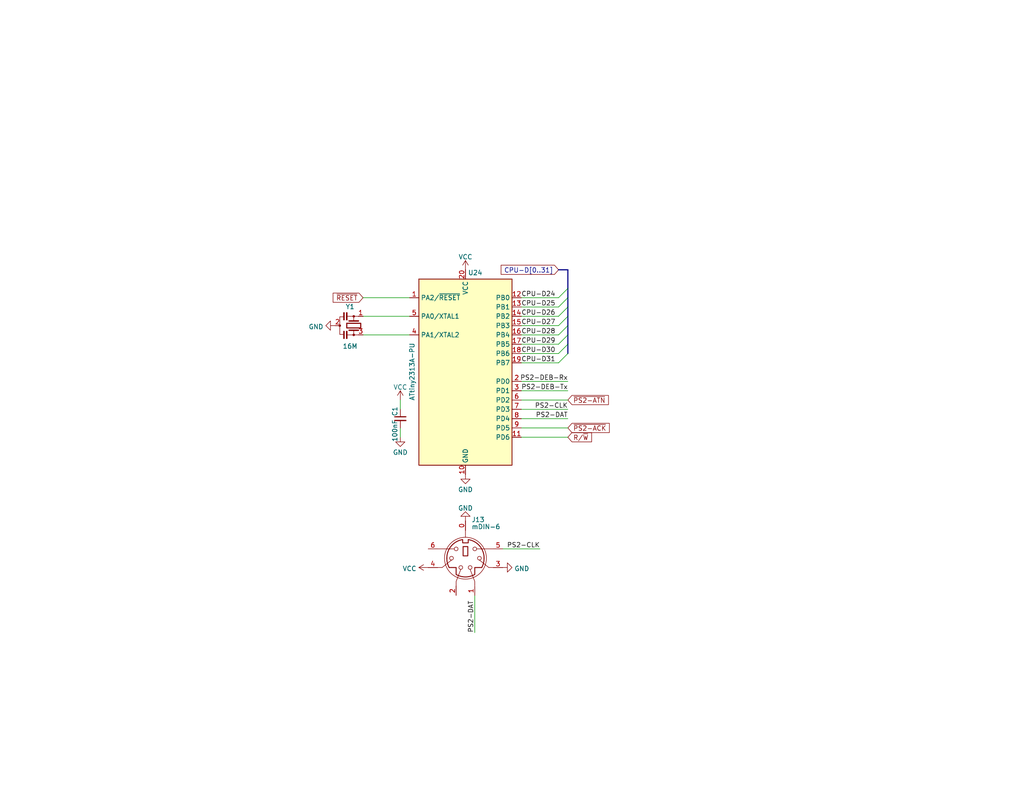
<source format=kicad_sch>
(kicad_sch (version 20230121) (generator eeschema)
  (paper "USLetter")
  (title_block (title "Wrap030 ITX") (date "2023-03-15") (rev "0") (company "techav"))
  (lib_symbols
    (symbol "Device:C_Small" (pin_numbers hide) (pin_names (offset 0.254) hide)
      (property "Reference" "C" (at 0.254 1.778 0))
      (property "Value" "C_Small" (at 0.254 -2.032 0))
      (symbol "C_Small_0_1"
        (polyline (pts (xy -1.524 -0.508) (xy 1.524 -0.508)) (stroke (width 0.3302)))
        (polyline (pts (xy -1.524 0.508) (xy 1.524 0.508)) (stroke (width 0.3048)))
      )
      (symbol "C_Small_1_1"
        (pin passive line (at 0 2.54 270) (length 2.032) (name "~") (number "1"))
        (pin passive line (at 0 -2.54 90) (length 2.032) (name "~") (number "2"))
      )
    )
    (symbol "Device:Resonator_Small" (pin_names (offset 1.016) hide)
      (property "Reference" "Y" (at 3.175 1.905 0))
      (property "Value" "Resonator_Small" (at 3.175 0 0))
      (symbol "Resonator_Small_0_1"
        (rectangle (start -3.556 -2.54) (end -1.524 -2.794) (fill (type outline)))
        (rectangle (start -3.556 -1.778) (end -1.524 -2.032) (fill (type outline)))
        (circle (center -2.54 0) (radius 0.254) (fill (type outline)))
        (rectangle (start -0.635 1.905) (end 0.635 -1.905) (stroke (width 0.3048)))
        (circle (center 0 -3.81) (radius 0.254) (fill (type outline)))
        (polyline (pts (xy -2.54 -1.778) (xy -2.54 0)))
        (polyline (pts (xy -2.54 0) (xy -1.397 0)))
        (polyline (pts (xy -2.54 1.27) (xy -2.54 0)))
        (polyline (pts (xy -1.27 -1.27) (xy -1.27 1.27)) (stroke (width 0.381)))
        (polyline (pts (xy 1.27 -1.27) (xy 1.27 1.27)) (stroke (width 0.381)))
        (polyline (pts (xy 1.27 0) (xy 2.54 0)))
        (polyline (pts (xy 2.54 0) (xy 2.54 -1.778)))
        (polyline (pts (xy 2.54 1.27) (xy 2.54 0)))
        (polyline (pts (xy 2.413 -2.794) (xy 2.413 -3.81) (xy -2.413 -3.81) (xy -2.413 -2.667)))
        (rectangle (start 1.524 -2.54) (end 3.556 -2.794) (fill (type outline)))
        (rectangle (start 1.524 -1.778) (end 3.556 -2.032) (fill (type outline)))
        (circle (center 2.54 0) (radius 0.254) (fill (type outline)))
      )
      (symbol "Resonator_Small_1_1"
        (pin passive line (at -2.54 2.54 270) (length 1.27) (name "1") (number "1"))
        (pin passive line (at 0 -5.08 90) (length 1.27) (name "2") (number "2"))
        (pin passive line (at 2.54 2.54 270) (length 1.27) (name "3") (number "3"))
      )
    )
    (symbol "MCU_Microchip_ATtiny:ATtiny2313-20P"
      (property "Reference" "U" (at -12.7 26.67 0))
      (property "Value" "ATtiny2313-20P" (at 2.54 -26.67 0))
      (symbol "ATtiny2313-20P_0_1"
        (rectangle (start -12.7 -25.4) (end 12.7 25.4) (stroke (width 0.254)) (fill (type background)))
      )
      (symbol "ATtiny2313-20P_1_1"
        (pin bidirectional line (at -15.24 20.32 0) (length 2.54) (name "PA2/~{RESET}") (number "1"))
        (pin power_in line (at 0 -27.94 90) (length 2.54) (name "GND") (number "10"))
        (pin bidirectional line (at 15.24 -17.78 180) (length 2.54) (name "PD6") (number "11"))
        (pin bidirectional line (at 15.24 20.32 180) (length 2.54) (name "PB0") (number "12"))
        (pin bidirectional line (at 15.24 17.78 180) (length 2.54) (name "PB1") (number "13"))
        (pin bidirectional line (at 15.24 15.24 180) (length 2.54) (name "PB2") (number "14"))
        (pin bidirectional line (at 15.24 12.7 180) (length 2.54) (name "PB3") (number "15"))
        (pin bidirectional line (at 15.24 10.16 180) (length 2.54) (name "PB4") (number "16"))
        (pin bidirectional line (at 15.24 7.62 180) (length 2.54) (name "PB5") (number "17"))
        (pin bidirectional line (at 15.24 5.08 180) (length 2.54) (name "PB6") (number "18"))
        (pin bidirectional line (at 15.24 2.54 180) (length 2.54) (name "PB7") (number "19"))
        (pin bidirectional line (at 15.24 -2.54 180) (length 2.54) (name "PD0") (number "2"))
        (pin power_in line (at 0 27.94 270) (length 2.54) (name "VCC") (number "20"))
        (pin bidirectional line (at 15.24 -5.08 180) (length 2.54) (name "PD1") (number "3"))
        (pin bidirectional line (at -15.24 10.16 0) (length 2.54) (name "PA1/XTAL2") (number "4"))
        (pin bidirectional line (at -15.24 15.24 0) (length 2.54) (name "PA0/XTAL1") (number "5"))
        (pin bidirectional line (at 15.24 -7.62 180) (length 2.54) (name "PD2") (number "6"))
        (pin bidirectional line (at 15.24 -10.16 180) (length 2.54) (name "PD3") (number "7"))
        (pin bidirectional line (at 15.24 -12.7 180) (length 2.54) (name "PD4") (number "8"))
        (pin bidirectional line (at 15.24 -15.24 180) (length 2.54) (name "PD5") (number "9"))
      )
    )
    (symbol "Wrap030-ITX:miniDIN-6 w/Shield" (pin_names (offset 1.016))
      (property "Reference" "J" (at 3.175 5.715 0))
      (property "Value" "mDIN-6" (at 4.445 -4.445 0))
      (symbol "miniDIN-6 w/Shield_0_1"
        (arc (start -5.08 0) (mid -4.9292 -1.3117) (end -4.445 -2.54) (stroke (width 0.254)))
        (circle (center -3.81 0) (radius 0.508))
        (arc (start -2.54 -4.445) (mid 0 -5.1178) (end 2.54 -4.445) (stroke (width 0.254)))
        (circle (center -2.54 2.54) (radius 0.508))
        (circle (center -1.27 -2.54) (radius 0.508))
        (arc (start -0.762 5.08) (mid -3.8597 3.3379) (end -5.08 0) (stroke (width 0.254)))
        (rectangle (start -0.635 3.175) (end 0.635 0.635) (stroke (width 0.254)))
        (polyline (pts (xy -7.62 2.54) (xy -3.048 2.54)))
        (polyline (pts (xy 0 7.62) (xy 0 5.715)))
        (polyline (pts (xy 7.62 2.54) (xy 3.048 2.54)))
        (polyline (pts (xy -3.81 -0.508) (xy -6.35 -2.54) (xy -7.62 -2.54)))
        (polyline (pts (xy -2.54 -7.62) (xy -2.54 -6.35) (xy -1.27 -3.048)))
        (polyline (pts (xy -2.54 -4.318) (xy -2.54 -2.54) (xy -4.445 -2.54)) (stroke (width 0.254)))
        (polyline (pts (xy 2.54 -7.493) (xy 2.54 -6.35) (xy 1.27 -3.048)))
        (polyline (pts (xy 2.54 -4.318) (xy 2.54 -2.54) (xy 4.445 -2.54)) (stroke (width 0.254)))
        (polyline (pts (xy 7.62 -2.54) (xy 6.35 -2.54) (xy 3.81 -0.508)))
        (polyline (pts (xy -0.762 4.953) (xy -0.762 4.191) (xy 0.762 4.191) (xy 0.762 4.953)) (stroke (width 0.254)))
        (circle (center 0 0) (radius 5.715))
        (circle (center 1.27 -2.54) (radius 0.508))
        (circle (center 2.54 2.54) (radius 0.508))
        (circle (center 3.81 0) (radius 0.508))
        (arc (start 4.445 -2.54) (mid 4.9284 -1.3115) (end 5.08 0) (stroke (width 0.254)))
        (arc (start 5.08 0) (mid 3.8673 3.3444) (end 0.762 5.08) (stroke (width 0.254)))
      )
      (symbol "miniDIN-6 w/Shield_1_1"
        (pin passive line (at 0 10.16 270) (length 2.54) (name "") (number "0"))
        (pin passive line (at 2.54 -10.16 90) (length 2.54) (name "~") (number "1"))
        (pin passive line (at -2.54 -10.16 90) (length 2.54) (name "~") (number "2"))
        (pin passive line (at 10.16 -2.54 180) (length 2.54) (name "~") (number "3"))
        (pin passive line (at -10.16 -2.54 0) (length 2.54) (name "~") (number "4"))
        (pin passive line (at 10.16 2.54 180) (length 2.54) (name "~") (number "5"))
        (pin passive line (at -10.16 2.54 0) (length 2.54) (name "~") (number "6"))
      )
    )
    (symbol "power:GND" (power) (pin_names (offset 0))
      (property "Value" "GND" (at 0 -3.81 0))
      (symbol "GND_0_1"
        (polyline (pts (xy 0 0) (xy 0 -1.27) (xy 1.27 -1.27) (xy 0 -2.54) (xy -1.27 -1.27) (xy 0 -1.27)))
      )
      (symbol "GND_1_1"
        (pin power_in line (at 0 0 270) (length 0) hide (name "GND") (number "1"))
      )
    )
    (symbol "power:VCC" (power) (pin_names (offset 0))
      (property "Value" "VCC" (at 0 3.81 0))
      (symbol "VCC_0_1"
        (polyline (pts (xy -0.762 1.27) (xy 0 2.54)))
        (polyline (pts (xy 0 0) (xy 0 2.54)))
        (polyline (pts (xy 0 2.54) (xy 0.762 1.27)))
      )
      (symbol "VCC_1_1"
        (pin power_in line (at 0 0 90) (length 0) hide (name "VCC") (number "1"))
      )
    )
  )
  (bus_entry (at 154.94 78.74) (size -2.54 2.54))
  (bus_entry (at 154.94 83.82) (size -2.54 2.54))
  (bus_entry (at 154.94 81.28) (size -2.54 2.54))
  (bus_entry (at 154.94 91.44) (size -2.54 2.54))
  (bus_entry (at 154.94 96.52) (size -2.54 2.54))
  (bus_entry (at 154.94 93.98) (size -2.54 2.54))
  (bus_entry (at 154.94 86.36) (size -2.54 2.54))
  (bus_entry (at 154.94 88.9) (size -2.54 2.54))
  (bus (pts (xy 154.94 78.74) (xy 154.94 81.28)))
  (bus (pts (xy 154.94 81.28) (xy 154.94 83.82)))
  (wire (pts (xy 129.54 172.72) (xy 129.54 162.56)))
  (wire (pts (xy 142.24 116.84) (xy 154.94 116.84)))
  (wire (pts (xy 142.24 111.76) (xy 154.94 111.76)))
  (wire (pts (xy 99.06 91.44) (xy 111.76 91.44)))
  (wire (pts (xy 142.24 99.06) (xy 152.4 99.06)))
  (wire (pts (xy 142.24 96.52) (xy 152.4 96.52)))
  (wire (pts (xy 142.24 114.3) (xy 154.94 114.3)))
  (wire (pts (xy 142.24 88.9) (xy 152.4 88.9)))
  (bus (pts (xy 152.4 73.66) (xy 154.94 73.66)))
  (wire (pts (xy 99.06 86.36) (xy 111.76 86.36)))
  (bus (pts (xy 154.94 73.66) (xy 154.94 78.74)))
  (wire (pts (xy 142.24 106.68) (xy 154.94 106.68)))
  (bus (pts (xy 154.94 93.98) (xy 154.94 96.52)))
  (wire (pts (xy 109.22 119.38) (xy 109.22 116.84)))
  (bus (pts (xy 154.94 86.36) (xy 154.94 88.9)))
  (wire (pts (xy 142.24 119.38) (xy 154.94 119.38)))
  (wire (pts (xy 142.24 81.28) (xy 152.4 81.28)))
  (bus (pts (xy 154.94 91.44) (xy 154.94 93.98)))
  (wire (pts (xy 142.24 83.82) (xy 152.4 83.82)))
  (wire (pts (xy 142.24 86.36) (xy 152.4 86.36)))
  (wire (pts (xy 99.06 81.28) (xy 111.76 81.28)))
  (wire (pts (xy 142.24 93.98) (xy 152.4 93.98)))
  (wire (pts (xy 142.24 91.44) (xy 152.4 91.44)))
  (bus (pts (xy 154.94 88.9) (xy 154.94 91.44)))
  (bus (pts (xy 154.94 83.82) (xy 154.94 86.36)))
  (wire (pts (xy 142.24 104.14) (xy 154.94 104.14)))
  (wire (pts (xy 142.24 109.22) (xy 154.94 109.22)))
  (wire (pts (xy 137.16 149.86) (xy 147.32 149.86)))
  (wire (pts (xy 109.22 109.22) (xy 109.22 111.76)))
  (label "CPU-D25" (at 142.24 83.82 0))
  (label "CPU-D26" (at 142.24 86.36 0))
  (label "CPU-D31" (at 142.24 99.06 0))
  (label "CPU-D27" (at 142.24 88.9 0))
  (label "PS2-DEB-Rx" (at 154.94 104.14 180))
  (label "PS2-DAT" (at 129.54 172.72 90))
  (label "CPU-D30" (at 142.24 96.52 0))
  (label "CPU-D24" (at 142.24 81.28 0))
  (label "PS2-DEB-Tx" (at 154.94 106.68 180))
  (label "CPU-D28" (at 142.24 91.44 0))
  (label "CPU-D29" (at 142.24 93.98 0))
  (label "PS2-CLK" (at 147.32 149.86 180))
  (label "PS2-DAT" (at 154.94 114.3 180))
  (label "PS2-CLK" (at 154.94 111.76 180))
  (global_label "~{RESET}" (shape input) (at 99.06 81.28 180) (property "Intersheetrefs" "${INTERSHEET_REFS}" (effects hide)))
  (global_label "~{PS2-ACK}" (shape input) (at 154.94 116.84 0) (property "Intersheetrefs" "${INTERSHEET_REFS}" (effects hide)))
  (global_label "~{PS2-ATN}" (shape input) (at 154.94 109.22 0) (property "Intersheetrefs" "${INTERSHEET_REFS}" (effects hide)))
  (global_label "CPU-D[0..31]" (shape input) (at 152.4 73.66 180) (property "Intersheetrefs" "${INTERSHEET_REFS}" (effects hide)))
  (global_label "R{slash}~{W}" (shape input) (at 154.94 119.38 0) (property "Intersheetrefs" "${INTERSHEET_REFS}" (effects hide)))
  (symbol (lib_id "power:GND") (at 109.22 119.38 0) (unit 1)
    (property "Reference" "#PWR04" (effects hide))
    (property "Value" "GND" (at 109.22 123.5155 0))
    (instances (project "Wrap030-ITX" (path "" (reference "#PWR04") (unit 1)) (path "" (reference "#PWR064") (unit 1)) (path "" (reference "#PWR0134") (unit 1)) (path "" (reference "#PWR0174") (unit 1)) (path "" (reference "#PWR0332") (unit 1))))
  )
  (symbol (lib_id "power:VCC") (at 116.84 154.94 90) (unit 1)
    (property "Reference" "#PWR03" (effects hide))
    (property "Value" "VCC" (at 113.665 155.2568 90) (effects (justify left)))
    (instances (project "Wrap030-ITX" (path "" (reference "#PWR03") (unit 1)) (path "" (reference "#PWR063") (unit 1)) (path "" (reference "#PWR0133") (unit 1)) (path "" (reference "#PWR0173") (unit 1)) (path "" (reference "#PWR0336") (unit 1))))
  )
  (symbol (lib_id "power:GND") (at 137.16 154.94 90) (unit 1)
    (property "Reference" "#PWR04" (effects hide))
    (property "Value" "GND" (at 140.335 155.2568 90) (effects (justify right)))
    (instances (project "Wrap030-ITX" (path "" (reference "#PWR04") (unit 1)) (path "" (reference "#PWR064") (unit 1)) (path "" (reference "#PWR0134") (unit 1)) (path "" (reference "#PWR0174") (unit 1)) (path "" (reference "#PWR0335") (unit 1))))
  )
  (symbol (lib_id "MCU_Microchip_ATtiny:ATtiny2313-20P") (at 127 101.6 0) (unit 1)
    (property "Reference" "U24" (at 127.6859 74.4601 0) (effects (justify left)))
    (property "Value" "ATtiny2313A-PU" (at 112.4459 109.4011 90) (effects (justify left)))
    (property "Footprint" "Package_DIP:DIP-20_W7.62mm" (effects hide))
    (property "Datasheet" "http://ww1.microchip.com/downloads/en/DeviceDoc/Atmel-2543-AVR-ATtiny2313_Datasheet.pdf" (effects hide))
    (property "Mouser-Part" "556-ATTINY2313A-PU" (effects hide))
  )
  (symbol (lib_id "power:GND") (at 127 142.24 180) (unit 1)
    (property "Reference" "#PWR04" (effects hide))
    (property "Value" "GND" (at 127 138.7381 0))
    (instances (project "Wrap030-ITX" (path "" (reference "#PWR04") (unit 1)) (path "" (reference "#PWR064") (unit 1)) (path "" (reference "#PWR0134") (unit 1)) (path "" (reference "#PWR0174") (unit 1)) (path "" (reference "#PWR0351") (unit 1))))
  )
  (symbol (lib_id "Device:Resonator_Small") (at 96.52 88.9 270) (unit 1)
    (property "Reference" "Y1" (at 95.5167 83.7311 90))
    (property "Value" "16M" (at 95.5167 94.5421 90))
    (property "Footprint" "Crystal:Resonator-3Pin_W7.0mm_H2.5mm" (effects hide))
  )
  (symbol (lib_id "Device:C_Small") (at 109.22 114.3 0) (unit 1)
    (property "Reference" "C1" (at 107.7341 113.6626 90) (effects (justify left)))
    (property "Value" "100nF" (at 107.7341 120.6636 90) (effects (justify left)))
    (property "Footprint" "Capacitor_SMD:C_0402_1005Metric_Pad0.74x0.62mm_HandSolder" (effects hide))
    (property "JLC-Part" "https://jlcpcb.com/partdetail/1877-CL05B104KO5NNNC/C1525" (effects hide))
    (instances (project "Wrap030-ITX" (path "" (reference "C1") (unit 1)) (path "" (reference "C27") (unit 1)) (path "" (reference "C50") (unit 1)) (path "" (reference "C63") (unit 1)) (path "" (reference "C110") (unit 1))))
  )
  (symbol (lib_id "Wrap030-ITX:miniDIN-6 w/Shield") (at 127 152.4 0) (unit 1)
    (property "Reference" "J13" (at 128.6511 141.8971 0) (effects (justify left)))
    (property "Value" "mDIN-6" (at 128.6511 143.8181 0) (effects (justify left)))
    (property "Footprint" "Wrap030-ITX:MiniDIN6" (effects hide))
    (property "Datasheet" "https://www.te.com/commerce/DocumentDelivery/DDEController?Action=srchrtrv&DocNm=5749266&DocType=Customer+Drawing&DocLang=English&PartCntxt=5749266-1&DocFormat=pdf" (effects hide))
    (property "Mouser-Part" "571-5749266-1" (effects hide))
  )
  (symbol (lib_id "power:VCC") (at 127 73.66 0) (unit 1)
    (property "Reference" "#PWR03" (effects hide))
    (property "Value" "VCC" (at 127 70.1581 0))
    (instances (project "Wrap030-ITX" (path "" (reference "#PWR03") (unit 1)) (path "" (reference "#PWR063") (unit 1)) (path "" (reference "#PWR0133") (unit 1)) (path "" (reference "#PWR0173") (unit 1)) (path "" (reference "#PWR0333") (unit 1))))
  )
  (symbol (lib_id "power:VCC") (at 109.22 109.22 0) (unit 1)
    (property "Reference" "#PWR03" (effects hide))
    (property "Value" "VCC" (at 109.22 105.7181 0))
    (instances (project "Wrap030-ITX" (path "" (reference "#PWR03") (unit 1)) (path "" (reference "#PWR063") (unit 1)) (path "" (reference "#PWR0133") (unit 1)) (path "" (reference "#PWR0173") (unit 1)) (path "" (reference "#PWR0331") (unit 1))))
  )
  (symbol (lib_id "power:GND") (at 127 129.54 0) (unit 1)
    (property "Reference" "#PWR04" (effects hide))
    (property "Value" "GND" (at 127 133.6755 0))
    (instances (project "Wrap030-ITX" (path "" (reference "#PWR04") (unit 1)) (path "" (reference "#PWR064") (unit 1)) (path "" (reference "#PWR0134") (unit 1)) (path "" (reference "#PWR0174") (unit 1)) (path "" (reference "#PWR0334") (unit 1))))
  )
  (symbol (lib_id "power:GND") (at 91.44 88.9 270) (unit 1)
    (property "Reference" "#PWR04" (effects hide))
    (property "Value" "GND" (at 88.2651 89.2168 90) (effects (justify right)))
    (instances (project "Wrap030-ITX" (path "" (reference "#PWR04") (unit 1)) (path "" (reference "#PWR064") (unit 1)) (path "" (reference "#PWR0134") (unit 1)) (path "" (reference "#PWR0174") (unit 1)) (path "" (reference "#PWR0337") (unit 1))))
  )
)
</source>
